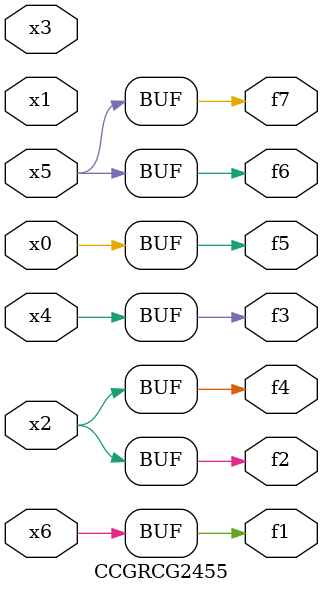
<source format=v>
module CCGRCG2455(
	input x0, x1, x2, x3, x4, x5, x6,
	output f1, f2, f3, f4, f5, f6, f7
);
	assign f1 = x6;
	assign f2 = x2;
	assign f3 = x4;
	assign f4 = x2;
	assign f5 = x0;
	assign f6 = x5;
	assign f7 = x5;
endmodule

</source>
